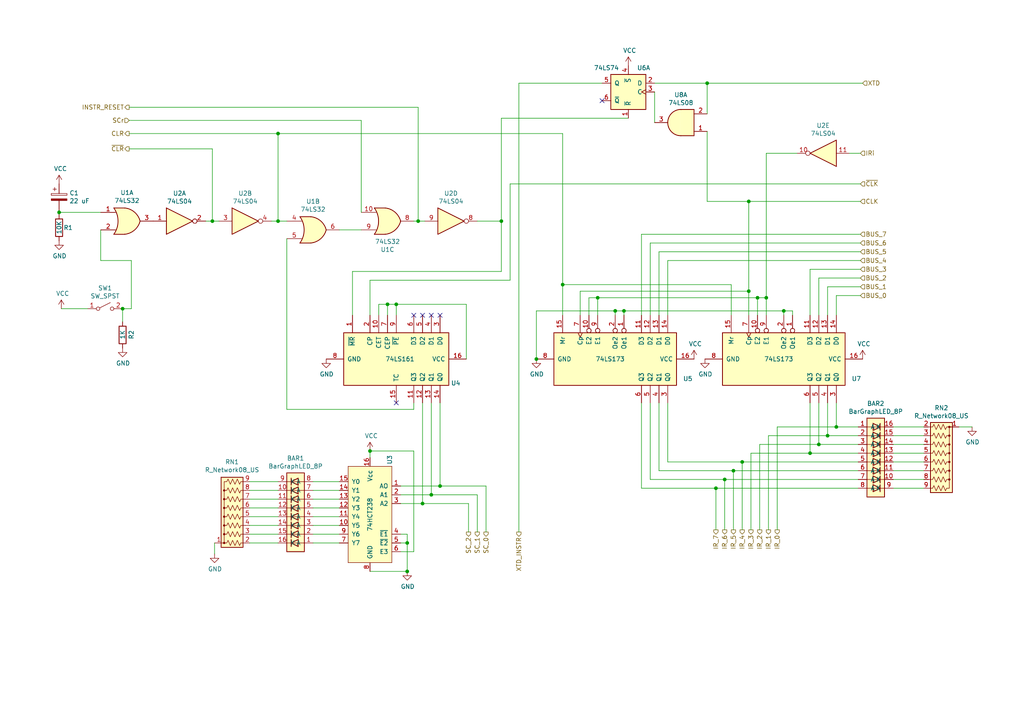
<source format=kicad_sch>
(kicad_sch (version 20211123) (generator eeschema)
  (paper "A4")
  (title_block (title "8 Bit Instruction Register with Extended Flag"))
  (lib_symbols
    (symbol "74xx:74LS04"
      (property "Reference" "U" (at 0 1.27 0))
      (property "Value" "74LS04" (at 0 -1.27 0))
      (symbol "74LS04_1_0"
        (polyline (pts (xy -3.81 3.81) (xy -3.81 -3.81) (xy 3.81 0) (xy -3.81 3.81)) (stroke (width 0.254)) (fill (type background)))
        (pin input line (at -7.62 0 0) (length 3.81) (name "~") (number "1"))
        (pin output inverted (at 7.62 0 180) (length 3.81) (name "~") (number "2"))
      )
      (symbol "74LS04_2_0"
        (polyline (pts (xy -3.81 3.81) (xy -3.81 -3.81) (xy 3.81 0) (xy -3.81 3.81)) (stroke (width 0.254)) (fill (type background)))
        (pin input line (at -7.62 0 0) (length 3.81) (name "~") (number "3"))
        (pin output inverted (at 7.62 0 180) (length 3.81) (name "~") (number "4"))
      )
      (symbol "74LS04_3_0"
        (polyline (pts (xy -3.81 3.81) (xy -3.81 -3.81) (xy 3.81 0) (xy -3.81 3.81)) (stroke (width 0.254)) (fill (type background)))
        (pin input line (at -7.62 0 0) (length 3.81) (name "~") (number "5"))
        (pin output inverted (at 7.62 0 180) (length 3.81) (name "~") (number "6"))
      )
      (symbol "74LS04_4_0"
        (polyline (pts (xy -3.81 3.81) (xy -3.81 -3.81) (xy 3.81 0) (xy -3.81 3.81)) (stroke (width 0.254)) (fill (type background)))
        (pin output inverted (at 7.62 0 180) (length 3.81) (name "~") (number "8"))
        (pin input line (at -7.62 0 0) (length 3.81) (name "~") (number "9"))
      )
      (symbol "74LS04_5_0"
        (polyline (pts (xy -3.81 3.81) (xy -3.81 -3.81) (xy 3.81 0) (xy -3.81 3.81)) (stroke (width 0.254)) (fill (type background)))
        (pin output inverted (at 7.62 0 180) (length 3.81) (name "~") (number "10"))
        (pin input line (at -7.62 0 0) (length 3.81) (name "~") (number "11"))
      )
      (symbol "74LS04_6_0"
        (polyline (pts (xy -3.81 3.81) (xy -3.81 -3.81) (xy 3.81 0) (xy -3.81 3.81)) (stroke (width 0.254)) (fill (type background)))
        (pin output inverted (at 7.62 0 180) (length 3.81) (name "~") (number "12"))
        (pin input line (at -7.62 0 0) (length 3.81) (name "~") (number "13"))
      )
      (symbol "74LS04_7_0"
        (pin power_in line (at 0 12.7 270) (length 5.08) (name "VCC") (number "14"))
        (pin power_in line (at 0 -12.7 90) (length 5.08) (name "GND") (number "7"))
      )
      (symbol "74LS04_7_1"
        (rectangle (start -5.08 7.62) (end 5.08 -7.62) (stroke (width 0.254)) (fill (type background)))
      )
    )
    (symbol "74xx:74LS08" (pin_names (offset 1.016))
      (property "Reference" "U" (at 0 1.27 0))
      (property "Value" "74LS08" (at 0 -1.27 0))
      (symbol "74LS08_1_1"
        (arc (start 0 -3.81) (mid 3.81 0) (end 0 3.81) (stroke (width 0.254)) (fill (type background)))
        (polyline (pts (xy 0 3.81) (xy -3.81 3.81) (xy -3.81 -3.81) (xy 0 -3.81)) (stroke (width 0.254)) (fill (type background)))
        (pin input line (at -7.62 2.54 0) (length 3.81) (name "~") (number "1"))
        (pin input line (at -7.62 -2.54 0) (length 3.81) (name "~") (number "2"))
        (pin output line (at 7.62 0 180) (length 3.81) (name "~") (number "3"))
      )
      (symbol "74LS08_1_2"
        (arc (start -3.81 -3.81) (mid -2.589 0) (end -3.81 3.81) (stroke (width 0.254)))
        (arc (start -0.6096 -3.81) (mid 2.1842 -2.5851) (end 3.81 0) (stroke (width 0.254)) (fill (type background)))
        (polyline (pts (xy -3.81 -3.81) (xy -0.635 -3.81)) (stroke (width 0.254)) (fill (type background)))
        (polyline (pts (xy -3.81 3.81) (xy -0.635 3.81)) (stroke (width 0.254)) (fill (type background)))
        (polyline (pts (xy -0.635 3.81) (xy -3.81 3.81) (xy -3.81 3.81) (xy -3.556 3.4036) (xy -3.0226 2.2606) (xy -2.6924 1.0414) (xy -2.6162 -0.254) (xy -2.7686 -1.4986) (xy -3.175 -2.7178) (xy -3.81 -3.81) (xy -3.81 -3.81) (xy -0.635 -3.81)) (stroke (width -25.4)) (fill (type background)))
        (arc (start 3.81 0) (mid 2.1915 2.5936) (end -0.6096 3.81) (stroke (width 0.254)) (fill (type background)))
        (pin input inverted (at -7.62 2.54 0) (length 4.318) (name "~") (number "1"))
        (pin input inverted (at -7.62 -2.54 0) (length 4.318) (name "~") (number "2"))
        (pin output inverted (at 7.62 0 180) (length 3.81) (name "~") (number "3"))
      )
      (symbol "74LS08_2_1"
        (arc (start 0 -3.81) (mid 3.81 0) (end 0 3.81) (stroke (width 0.254)) (fill (type background)))
        (polyline (pts (xy 0 3.81) (xy -3.81 3.81) (xy -3.81 -3.81) (xy 0 -3.81)) (stroke (width 0.254)) (fill (type background)))
        (pin input line (at -7.62 2.54 0) (length 3.81) (name "~") (number "4"))
        (pin input line (at -7.62 -2.54 0) (length 3.81) (name "~") (number "5"))
        (pin output line (at 7.62 0 180) (length 3.81) (name "~") (number "6"))
      )
      (symbol "74LS08_2_2"
        (arc (start -3.81 -3.81) (mid -2.589 0) (end -3.81 3.81) (stroke (width 0.254)))
        (arc (start -0.6096 -3.81) (mid 2.1842 -2.5851) (end 3.81 0) (stroke (width 0.254)) (fill (type background)))
        (polyline (pts (xy -3.81 -3.81) (xy -0.635 -3.81)) (stroke (width 0.254)) (fill (type background)))
        (polyline (pts (xy -3.81 3.81) (xy -0.635 3.81)) (stroke (width 0.254)) (fill (type background)))
        (polyline (pts (xy -0.635 3.81) (xy -3.81 3.81) (xy -3.81 3.81) (xy -3.556 3.4036) (xy -3.0226 2.2606) (xy -2.6924 1.0414) (xy -2.6162 -0.254) (xy -2.7686 -1.4986) (xy -3.175 -2.7178) (xy -3.81 -3.81) (xy -3.81 -3.81) (xy -0.635 -3.81)) (stroke (width -25.4)) (fill (type background)))
        (arc (start 3.81 0) (mid 2.1915 2.5936) (end -0.6096 3.81) (stroke (width 0.254)) (fill (type background)))
        (pin input inverted (at -7.62 2.54 0) (length 4.318) (name "~") (number "4"))
        (pin input inverted (at -7.62 -2.54 0) (length 4.318) (name "~") (number "5"))
        (pin output inverted (at 7.62 0 180) (length 3.81) (name "~") (number "6"))
      )
      (symbol "74LS08_3_1"
        (arc (start 0 -3.81) (mid 3.81 0) (end 0 3.81) (stroke (width 0.254)) (fill (type background)))
        (polyline (pts (xy 0 3.81) (xy -3.81 3.81) (xy -3.81 -3.81) (xy 0 -3.81)) (stroke (width 0.254)) (fill (type background)))
        (pin input line (at -7.62 -2.54 0) (length 3.81) (name "~") (number "10"))
        (pin output line (at 7.62 0 180) (length 3.81) (name "~") (number "8"))
        (pin input line (at -7.62 2.54 0) (length 3.81) (name "~") (number "9"))
      )
      (symbol "74LS08_3_2"
        (arc (start -3.81 -3.81) (mid -2.589 0) (end -3.81 3.81) (stroke (width 0.254)))
        (arc (start -0.6096 -3.81) (mid 2.1842 -2.5851) (end 3.81 0) (stroke (width 0.254)) (fill (type background)))
        (polyline (pts (xy -3.81 -3.81) (xy -0.635 -3.81)) (stroke (width 0.254)) (fill (type background)))
        (polyline (pts (xy -3.81 3.81) (xy -0.635 3.81)) (stroke (width 0.254)) (fill (type background)))
        (polyline (pts (xy -0.635 3.81) (xy -3.81 3.81) (xy -3.81 3.81) (xy -3.556 3.4036) (xy -3.0226 2.2606) (xy -2.6924 1.0414) (xy -2.6162 -0.254) (xy -2.7686 -1.4986) (xy -3.175 -2.7178) (xy -3.81 -3.81) (xy -3.81 -3.81) (xy -0.635 -3.81)) (stroke (width -25.4)) (fill (type background)))
        (arc (start 3.81 0) (mid 2.1915 2.5936) (end -0.6096 3.81) (stroke (width 0.254)) (fill (type background)))
        (pin input inverted (at -7.62 -2.54 0) (length 4.318) (name "~") (number "10"))
        (pin output inverted (at 7.62 0 180) (length 3.81) (name "~") (number "8"))
        (pin input inverted (at -7.62 2.54 0) (length 4.318) (name "~") (number "9"))
      )
      (symbol "74LS08_4_1"
        (arc (start 0 -3.81) (mid 3.81 0) (end 0 3.81) (stroke (width 0.254)) (fill (type background)))
        (polyline (pts (xy 0 3.81) (xy -3.81 3.81) (xy -3.81 -3.81) (xy 0 -3.81)) (stroke (width 0.254)) (fill (type background)))
        (pin output line (at 7.62 0 180) (length 3.81) (name "~") (number "11"))
        (pin input line (at -7.62 2.54 0) (length 3.81) (name "~") (number "12"))
        (pin input line (at -7.62 -2.54 0) (length 3.81) (name "~") (number "13"))
      )
      (symbol "74LS08_4_2"
        (arc (start -3.81 -3.81) (mid -2.589 0) (end -3.81 3.81) (stroke (width 0.254)))
        (arc (start -0.6096 -3.81) (mid 2.1842 -2.5851) (end 3.81 0) (stroke (width 0.254)) (fill (type background)))
        (polyline (pts (xy -3.81 -3.81) (xy -0.635 -3.81)) (stroke (width 0.254)) (fill (type background)))
        (polyline (pts (xy -3.81 3.81) (xy -0.635 3.81)) (stroke (width 0.254)) (fill (type background)))
        (polyline (pts (xy -0.635 3.81) (xy -3.81 3.81) (xy -3.81 3.81) (xy -3.556 3.4036) (xy -3.0226 2.2606) (xy -2.6924 1.0414) (xy -2.6162 -0.254) (xy -2.7686 -1.4986) (xy -3.175 -2.7178) (xy -3.81 -3.81) (xy -3.81 -3.81) (xy -0.635 -3.81)) (stroke (width -25.4)) (fill (type background)))
        (arc (start 3.81 0) (mid 2.1915 2.5936) (end -0.6096 3.81) (stroke (width 0.254)) (fill (type background)))
        (pin output inverted (at 7.62 0 180) (length 3.81) (name "~") (number "11"))
        (pin input inverted (at -7.62 2.54 0) (length 4.318) (name "~") (number "12"))
        (pin input inverted (at -7.62 -2.54 0) (length 4.318) (name "~") (number "13"))
      )
      (symbol "74LS08_5_0"
        (pin power_in line (at 0 12.7 270) (length 5.08) (name "VCC") (number "14"))
        (pin power_in line (at 0 -12.7 90) (length 5.08) (name "GND") (number "7"))
      )
      (symbol "74LS08_5_1"
        (rectangle (start -5.08 7.62) (end 5.08 -7.62) (stroke (width 0.254)) (fill (type background)))
      )
    )
    (symbol "74xx:74LS161" (pin_names (offset 1.016))
      (property "Reference" "U" (at -7.62 16.51 0))
      (property "Value" "74LS161" (at -7.62 -16.51 0))
      (symbol "74LS161_1_0"
        (pin input line (at -12.7 -12.7 0) (length 5.08) (name "~{MR}") (number "1"))
        (pin input line (at -12.7 -5.08 0) (length 5.08) (name "CET") (number "10"))
        (pin output line (at 12.7 5.08 180) (length 5.08) (name "Q3") (number "11"))
        (pin output line (at 12.7 7.62 180) (length 5.08) (name "Q2") (number "12"))
        (pin output line (at 12.7 10.16 180) (length 5.08) (name "Q1") (number "13"))
        (pin output line (at 12.7 12.7 180) (length 5.08) (name "Q0") (number "14"))
        (pin output line (at 12.7 0 180) (length 5.08) (name "TC") (number "15"))
        (pin power_in line (at 0 20.32 270) (length 5.08) (name "VCC") (number "16"))
        (pin input line (at -12.7 -7.62 0) (length 5.08) (name "CP") (number "2"))
        (pin input line (at -12.7 12.7 0) (length 5.08) (name "D0") (number "3"))
        (pin input line (at -12.7 10.16 0) (length 5.08) (name "D1") (number "4"))
        (pin input line (at -12.7 7.62 0) (length 5.08) (name "D2") (number "5"))
        (pin input line (at -12.7 5.08 0) (length 5.08) (name "D3") (number "6"))
        (pin input line (at -12.7 -2.54 0) (length 5.08) (name "CEP") (number "7"))
        (pin power_in line (at 0 -20.32 90) (length 5.08) (name "GND") (number "8"))
        (pin input line (at -12.7 0 0) (length 5.08) (name "~{PE}") (number "9"))
      )
      (symbol "74LS161_1_1"
        (rectangle (start -7.62 15.24) (end 7.62 -15.24) (stroke (width 0.254)) (fill (type background)))
      )
    )
    (symbol "74xx:74LS173" (pin_names (offset 1.016))
      (property "Reference" "U" (at -7.62 19.05 0))
      (property "Value" "74LS173" (at -7.62 -19.05 0))
      (symbol "74LS173_1_0"
        (pin input inverted (at -12.7 2.54 0) (length 5.08) (name "Oe1") (number "1"))
        (pin input inverted (at -12.7 -7.62 0) (length 5.08) (name "E2") (number "10"))
        (pin input line (at -12.7 7.62 0) (length 5.08) (name "D3") (number "11"))
        (pin input line (at -12.7 10.16 0) (length 5.08) (name "D2") (number "12"))
        (pin input line (at -12.7 12.7 0) (length 5.08) (name "D1") (number "13"))
        (pin input line (at -12.7 15.24 0) (length 5.08) (name "D0") (number "14"))
        (pin input line (at -12.7 -15.24 0) (length 5.08) (name "Mr") (number "15"))
        (pin power_in line (at 0 22.86 270) (length 5.08) (name "VCC") (number "16"))
        (pin input inverted (at -12.7 0 0) (length 5.08) (name "Oe2") (number "2"))
        (pin tri_state line (at 12.7 15.24 180) (length 5.08) (name "Q0") (number "3"))
        (pin tri_state line (at 12.7 12.7 180) (length 5.08) (name "Q1") (number "4"))
        (pin tri_state line (at 12.7 10.16 180) (length 5.08) (name "Q2") (number "5"))
        (pin tri_state line (at 12.7 7.62 180) (length 5.08) (name "Q3") (number "6"))
        (pin input clock (at -12.7 -10.16 0) (length 5.08) (name "Cp") (number "7"))
        (pin power_in line (at 0 -22.86 90) (length 5.08) (name "GND") (number "8"))
        (pin input inverted (at -12.7 -5.08 0) (length 5.08) (name "E1") (number "9"))
      )
      (symbol "74LS173_1_1"
        (rectangle (start -7.62 17.78) (end 7.62 -17.78) (stroke (width 0.254)) (fill (type background)))
      )
    )
    (symbol "74xx:74LS32" (pin_names (offset 1.016))
      (property "Reference" "U" (at 0 1.27 0))
      (property "Value" "74LS32" (at 0 -1.27 0))
      (symbol "74LS32_1_1"
        (arc (start -3.81 -3.81) (mid -2.589 0) (end -3.81 3.81) (stroke (width 0.254)))
        (arc (start -0.6096 -3.81) (mid 2.1842 -2.5851) (end 3.81 0) (stroke (width 0.254)) (fill (type background)))
        (polyline (pts (xy -3.81 -3.81) (xy -0.635 -3.81)) (stroke (width 0.254)) (fill (type background)))
        (polyline (pts (xy -3.81 3.81) (xy -0.635 3.81)) (stroke (width 0.254)) (fill (type background)))
        (polyline (pts (xy -0.635 3.81) (xy -3.81 3.81) (xy -3.81 3.81) (xy -3.556 3.4036) (xy -3.0226 2.2606) (xy -2.6924 1.0414) (xy -2.6162 -0.254) (xy -2.7686 -1.4986) (xy -3.175 -2.7178) (xy -3.81 -3.81) (xy -3.81 -3.81) (xy -0.635 -3.81)) (stroke (width -25.4)) (fill (type background)))
        (arc (start 3.81 0) (mid 2.1915 2.5936) (end -0.6096 3.81) (stroke (width 0.254)) (fill (type background)))
        (pin input line (at -7.62 2.54 0) (length 4.318) (name "~") (number "1"))
        (pin input line (at -7.62 -2.54 0) (length 4.318) (name "~") (number "2"))
        (pin output line (at 7.62 0 180) (length 3.81) (name "~") (number "3"))
      )
      (symbol "74LS32_1_2"
        (arc (start 0 -3.81) (mid 3.81 0) (end 0 3.81) (stroke (width 0.254)) (fill (type background)))
        (polyline (pts (xy 0 3.81) (xy -3.81 3.81) (xy -3.81 -3.81) (xy 0 -3.81)) (stroke (width 0.254)) (fill (type background)))
        (pin input inverted (at -7.62 2.54 0) (length 3.81) (name "~") (number "1"))
        (pin input inverted (at -7.62 -2.54 0) (length 3.81) (name "~") (number "2"))
        (pin output inverted (at 7.62 0 180) (length 3.81) (name "~") (number "3"))
      )
      (symbol "74LS32_2_1"
        (arc (start -3.81 -3.81) (mid -2.589 0) (end -3.81 3.81) (stroke (width 0.254)))
        (arc (start -0.6096 -3.81) (mid 2.1842 -2.5851) (end 3.81 0) (stroke (width 0.254)) (fill (type background)))
        (polyline (pts (xy -3.81 -3.81) (xy -0.635 -3.81)) (stroke (width 0.254)) (fill (type background)))
        (polyline (pts (xy -3.81 3.81) (xy -0.635 3.81)) (stroke (width 0.254)) (fill (type background)))
        (polyline (pts (xy -0.635 3.81) (xy -3.81 3.81) (xy -3.81 3.81) (xy -3.556 3.4036) (xy -3.0226 2.2606) (xy -2.6924 1.0414) (xy -2.6162 -0.254) (xy -2.7686 -1.4986) (xy -3.175 -2.7178) (xy -3.81 -3.81) (xy -3.81 -3.81) (xy -0.635 -3.81)) (stroke (width -25.4)) (fill (type background)))
        (arc (start 3.81 0) (mid 2.1915 2.5936) (end -0.6096 3.81) (stroke (width 0.254)) (fill (type background)))
        (pin input line (at -7.62 2.54 0) (length 4.318) (name "~") (number "4"))
        (pin input line (at -7.62 -2.54 0) (length 4.318) (name "~") (number "5"))
        (pin output line (at 7.62 0 180) (length 3.81) (name "~") (number "6"))
      )
      (symbol "74LS32_2_2"
        (arc (start 0 -3.81) (mid 3.81 0) (end 0 3.81) (stroke (width 0.254)) (fill (type background)))
        (polyline (pts (xy 0 3.81) (xy -3.81 3.81) (xy -3.81 -3.81) (xy 0 -3.81)) (stroke (width 0.254)) (fill (type background)))
        (pin input inverted (at -7.62 2.54 0) (length 3.81) (name "~") (number "4"))
        (pin input inverted (at -7.62 -2.54 0) (length 3.81) (name "~") (number "5"))
        (pin output inverted (at 7.62 0 180) (length 3.81) (name "~") (number "6"))
      )
      (symbol "74LS32_3_1"
        (arc (start -3.81 -3.81) (mid -2.589 0) (end -3.81 3.81) (stroke (width 0.254)))
        (arc (start -0.6096 -3.81) (mid 2.1842 -2.5851) (end 3.81 0) (stroke (width 0.254)) (fill (type background)))
        (polyline (pts (xy -3.81 -3.81) (xy -0.635 -3.81)) (stroke (width 0.254)) (fill (type background)))
        (polyline (pts (xy -3.81 3.81) (xy -0.635 3.81)) (stroke (width 0.254)) (fill (type background)))
        (polyline (pts (xy -0.635 3.81) (xy -3.81 3.81) (xy -3.81 3.81) (xy -3.556 3.4036) (xy -3.0226 2.2606) (xy -2.6924 1.0414) (xy -2.6162 -0.254) (xy -2.7686 -1.4986) (xy -3.175 -2.7178) (xy -3.81 -3.81) (xy -3.81 -3.81) (xy -0.635 -3.81)) (stroke (width -25.4)) (fill (type background)))
        (arc (start 3.81 0) (mid 2.1915 2.5936) (end -0.6096 3.81) (stroke (width 0.254)) (fill (type background)))
        (pin input line (at -7.62 -2.54 0) (length 4.318) (name "~") (number "10"))
        (pin output line (at 7.62 0 180) (length 3.81) (name "~") (number "8"))
        (pin input line (at -7.62 2.54 0) (length 4.318) (name "~") (number "9"))
      )
      (symbol "74LS32_3_2"
        (arc (start 0 -3.81) (mid 3.81 0) (end 0 3.81) (stroke (width 0.254)) (fill (type background)))
        (polyline (pts (xy 0 3.81) (xy -3.81 3.81) (xy -3.81 -3.81) (xy 0 -3.81)) (stroke (width 0.254)) (fill (type background)))
        (pin input inverted (at -7.62 -2.54 0) (length 3.81) (name "~") (number "10"))
        (pin output inverted (at 7.62 0 180) (length 3.81) (name "~") (number "8"))
        (pin input inverted (at -7.62 2.54 0) (length 3.81) (name "~") (number "9"))
      )
      (symbol "74LS32_4_1"
        (arc (start -3.81 -3.81) (mid -2.589 0) (end -3.81 3.81) (stroke (width 0.254)))
        (arc (start -0.6096 -3.81) (mid 2.1842 -2.5851) (end 3.81 0) (stroke (width 0.254)) (fill (type background)))
        (polyline (pts (xy -3.81 -3.81) (xy -0.635 -3.81)) (stroke (width 0.254)) (fill (type background)))
        (polyline (pts (xy -3.81 3.81) (xy -0.635 3.81)) (stroke (width 0.254)) (fill (type background)))
        (polyline (pts (xy -0.635 3.81) (xy -3.81 3.81) (xy -3.81 3.81) (xy -3.556 3.4036) (xy -3.0226 2.2606) (xy -2.6924 1.0414) (xy -2.6162 -0.254) (xy -2.7686 -1.4986) (xy -3.175 -2.7178) (xy -3.81 -3.81) (xy -3.81 -3.81) (xy -0.635 -3.81)) (stroke (width -25.4)) (fill (type background)))
        (arc (start 3.81 0) (mid 2.1915 2.5936) (end -0.6096 3.81) (stroke (width 0.254)) (fill (type background)))
        (pin output line (at 7.62 0 180) (length 3.81) (name "~") (number "11"))
        (pin input line (at -7.62 2.54 0) (length 4.318) (name "~") (number "12"))
        (pin input line (at -7.62 -2.54 0) (length 4.318) (name "~") (number "13"))
      )
      (symbol "74LS32_4_2"
        (arc (start 0 -3.81) (mid 3.81 0) (end 0 3.81) (stroke (width 0.254)) (fill (type background)))
        (polyline (pts (xy 0 3.81) (xy -3.81 3.81) (xy -3.81 -3.81) (xy 0 -3.81)) (stroke (width 0.254)) (fill (type background)))
        (pin output inverted (at 7.62 0 180) (length 3.81) (name "~") (number "11"))
        (pin input inverted (at -7.62 2.54 0) (length 3.81) (name "~") (number "12"))
        (pin input inverted (at -7.62 -2.54 0) (length 3.81) (name "~") (number "13"))
      )
      (symbol "74LS32_5_0"
        (pin power_in line (at 0 12.7 270) (length 5.08) (name "VCC") (number "14"))
        (pin power_in line (at 0 -12.7 90) (length 5.08) (name "GND") (number "7"))
      )
      (symbol "74LS32_5_1"
        (rectangle (start -5.08 7.62) (end 5.08 -7.62) (stroke (width 0.254)) (fill (type background)))
      )
    )
    (symbol "74xx:74LS74" (pin_names (offset 1.016))
      (property "Reference" "U" (at -7.62 8.89 0))
      (property "Value" "74LS74" (at -7.62 -8.89 0))
      (symbol "74LS74_1_0"
        (pin input line (at 0 -7.62 90) (length 2.54) (name "~{R}") (number "1"))
        (pin input line (at -7.62 2.54 0) (length 2.54) (name "D") (number "2"))
        (pin input clock (at -7.62 0 0) (length 2.54) (name "C") (number "3"))
        (pin input line (at 0 7.62 270) (length 2.54) (name "~{S}") (number "4"))
        (pin output line (at 7.62 2.54 180) (length 2.54) (name "Q") (number "5"))
        (pin output line (at 7.62 -2.54 180) (length 2.54) (name "~{Q}") (number "6"))
      )
      (symbol "74LS74_1_1"
        (rectangle (start -5.08 5.08) (end 5.08 -5.08) (stroke (width 0.254)) (fill (type background)))
      )
      (symbol "74LS74_2_0"
        (pin input line (at 0 7.62 270) (length 2.54) (name "~{S}") (number "10"))
        (pin input clock (at -7.62 0 0) (length 2.54) (name "C") (number "11"))
        (pin input line (at -7.62 2.54 0) (length 2.54) (name "D") (number "12"))
        (pin input line (at 0 -7.62 90) (length 2.54) (name "~{R}") (number "13"))
        (pin output line (at 7.62 -2.54 180) (length 2.54) (name "~{Q}") (number "8"))
        (pin output line (at 7.62 2.54 180) (length 2.54) (name "Q") (number "9"))
      )
      (symbol "74LS74_2_1"
        (rectangle (start -5.08 5.08) (end 5.08 -5.08) (stroke (width 0.254)) (fill (type background)))
      )
      (symbol "74LS74_3_0"
        (pin power_in line (at 0 10.16 270) (length 2.54) (name "VCC") (number "14"))
        (pin power_in line (at 0 -10.16 90) (length 2.54) (name "GND") (number "7"))
      )
      (symbol "74LS74_3_1"
        (rectangle (start -5.08 7.62) (end 5.08 -7.62) (stroke (width 0.254)) (fill (type background)))
      )
    )
    (symbol "Device:C_Polarized" (pin_numbers hide) (pin_names (offset 0.254))
      (property "Reference" "C" (at 0.635 2.54 0))
      (property "Value" "C_Polarized" (at 0.635 -2.54 0))
      (symbol "C_Polarized_0_1"
        (rectangle (start -2.286 0.508) (end 2.286 1.016))
        (polyline (pts (xy -1.778 2.286) (xy -0.762 2.286)))
        (polyline (pts (xy -1.27 2.794) (xy -1.27 1.778)))
        (rectangle (start 2.286 -0.508) (end -2.286 -1.016) (fill (type outline)))
      )
      (symbol "C_Polarized_1_1"
        (pin passive line (at 0 3.81 270) (length 2.794) (name "~") (number "1"))
        (pin passive line (at 0 -3.81 90) (length 2.794) (name "~") (number "2"))
      )
    )
    (symbol "Device:R" (pin_numbers hide) (pin_names (offset 0))
      (property "Reference" "R" (at 2.032 0 90))
      (property "Value" "R" (at 0 0 90))
      (symbol "R_0_1"
        (rectangle (start -1.016 -2.54) (end 1.016 2.54) (stroke (width 0.254)))
      )
      (symbol "R_1_1"
        (pin passive line (at 0 3.81 270) (length 1.27) (name "~") (number "1"))
        (pin passive line (at 0 -3.81 90) (length 1.27) (name "~") (number "2"))
      )
    )
    (symbol "Device:R_Network08_US" (pin_names (offset 0) hide)
      (property "Reference" "RN" (at -12.7 0 90))
      (property "Value" "R_Network08_US" (at 10.16 0 90))
      (symbol "R_Network08_US_0_1"
        (rectangle (start -11.43 -3.175) (end 8.89 3.175) (stroke (width 0.254)) (fill (type background)))
        (circle (center -10.16 2.286) (radius 0.254) (fill (type outline)))
        (circle (center -7.62 2.286) (radius 0.254) (fill (type outline)))
        (circle (center -5.08 2.286) (radius 0.254) (fill (type outline)))
        (circle (center -2.54 2.286) (radius 0.254) (fill (type outline)))
        (polyline (pts (xy -10.16 2.286) (xy 7.62 2.286)))
        (polyline (pts (xy -10.16 2.286) (xy -10.16 1.524) (xy -9.398 1.1684) (xy -10.922 0.508) (xy -9.398 -0.1524) (xy -10.922 -0.8382) (xy -9.398 -1.524) (xy -10.922 -2.1844) (xy -10.16 -2.54) (xy -10.16 -3.81)))
        (polyline (pts (xy -7.62 2.286) (xy -7.62 1.524) (xy -6.858 1.1684) (xy -8.382 0.508) (xy -6.858 -0.1524) (xy -8.382 -0.8382) (xy -6.858 -1.524) (xy -8.382 -2.1844) (xy -7.62 -2.54) (xy -7.62 -3.81)))
        (polyline (pts (xy -5.08 2.286) (xy -5.08 1.524) (xy -4.318 1.1684) (xy -5.842 0.508) (xy -4.318 -0.1524) (xy -5.842 -0.8382) (xy -4.318 -1.524) (xy -5.842 -2.1844) (xy -5.08 -2.54) (xy -5.08 -3.81)))
        (polyline (pts (xy -2.54 2.286) (xy -2.54 1.524) (xy -1.778 1.1684) (xy -3.302 0.508) (xy -1.778 -0.1524) (xy -3.302 -0.8382) (xy -1.778 -1.524) (xy -3.302 -2.1844) (xy -2.54 -2.54) (xy -2.54 -3.81)))
        (polyline (pts (xy 0 2.286) (xy 0 1.524) (xy 0.762 1.1684) (xy -0.762 0.508) (xy 0.762 -0.1524) (xy -0.762 -0.8382) (xy 0.762 -1.524) (xy -0.762 -2.1844) (xy 0 -2.54) (xy 0 -3.81)))
        (polyline (pts (xy 2.54 2.286) (xy 2.54 1.524) (xy 3.302 1.1684) (xy 1.778 0.508) (xy 3.302 -0.1524) (xy 1.778 -0.8382) (xy 3.302 -1.524) (xy 1.778 -2.1844) (xy 2.54 -2.54) (xy 2.54 -3.81)))
        (polyline (pts (xy 5.08 2.286) (xy 5.08 1.524) (xy 5.842 1.1684) (xy 4.318 0.508) (xy 5.842 -0.1524) (xy 4.318 -0.8382) (xy 5.842 -1.524) (xy 4.318 -2.1844) (xy 5.08 -2.54) (xy 5.08 -3.81)))
        (polyline (pts (xy 7.62 2.286) (xy 7.62 1.524) (xy 8.382 1.1684) (xy 6.858 0.508) (xy 8.382 -0.1524) (xy 6.858 -0.8382) (xy 8.382 -1.524) (xy 6.858 -2.1844) (xy 7.62 -2.54) (xy 7.62 -3.81)))
        (circle (center 0 2.286) (radius 0.254) (fill (type outline)))
        (circle (center 2.54 2.286) (radius 0.254) (fill (type outline)))
        (circle (center 5.08 2.286) (radius 0.254) (fill (type outline)))
      )
      (symbol "R_Network08_US_1_1"
        (pin passive line (at -10.16 5.08 270) (length 2.54) (name "common") (number "1"))
        (pin passive line (at -10.16 -5.08 90) (length 1.27) (name "R1") (number "2"))
        (pin passive line (at -7.62 -5.08 90) (length 1.27) (name "R2") (number "3"))
        (pin passive line (at -5.08 -5.08 90) (length 1.27) (name "R3") (number "4"))
        (pin passive line (at -2.54 -5.08 90) (length 1.27) (name "R4") (number "5"))
        (pin passive line (at 0 -5.08 90) (length 1.27) (name "R5") (number "6"))
        (pin passive line (at 2.54 -5.08 90) (length 1.27) (name "R6") (number "7"))
        (pin passive line (at 5.08 -5.08 90) (length 1.27) (name "R7") (number "8"))
        (pin passive line (at 7.62 -5.08 90) (length 1.27) (name "R8") (number "9"))
      )
    )
    (symbol "Switch:SW_SPST" (pin_names (offset 0) hide)
      (property "Reference" "SW" (at 0 3.175 0))
      (property "Value" "SW_SPST" (at 0 -2.54 0))
      (symbol "SW_SPST_0_0"
        (circle (center -2.032 0) (radius 0.508))
        (polyline (pts (xy -1.524 0.254) (xy 1.524 1.778)))
        (circle (center 2.032 0) (radius 0.508))
      )
      (symbol "SW_SPST_1_1"
        (pin passive line (at -5.08 0 0) (length 2.54) (name "A") (number "1"))
        (pin passive line (at 5.08 0 180) (length 2.54) (name "B") (number "2"))
      )
    )
    (symbol "common-symbols:74HCT238" (pin_names (offset 1.016))
      (property "Reference" "U" (at 15.875 31.115 0))
      (property "Value" "74HCT238" (at 0 0 90))
      (symbol "74HCT238_0_0"
        (pin input line (at -8.89 7.62 0) (length 2.54) (name "AO") (number "1"))
        (pin output line (at 8.89 -3.81 180) (length 2.54) (name "Y5") (number "10"))
        (pin output line (at 8.89 -1.27 180) (length 2.54) (name "Y4") (number "11"))
        (pin output line (at 8.89 1.27 180) (length 2.54) (name "Y3") (number "12"))
        (pin output line (at 8.89 3.81 180) (length 2.54) (name "Y2") (number "13"))
        (pin output line (at 8.89 6.35 180) (length 2.54) (name "Y1") (number "14"))
        (pin output line (at 8.89 8.89 180) (length 2.54) (name "Y0") (number "15"))
        (pin power_in line (at 0 15.875 270) (length 2.54) (name "Vcc") (number "16"))
        (pin input line (at -8.89 5.08 0) (length 2.54) (name "A1") (number "2"))
        (pin input line (at -8.89 2.54 0) (length 2.54) (name "A2") (number "3"))
        (pin input line (at -8.89 -6.35 0) (length 2.54) (name "~{E1}") (number "4"))
        (pin input line (at -8.89 -8.89 0) (length 2.54) (name "~{E2}") (number "5"))
        (pin input line (at -8.89 -11.43 0) (length 2.54) (name "E3") (number "6"))
        (pin output line (at 8.89 -8.89 180) (length 2.54) (name "Y7") (number "7"))
        (pin power_in line (at 0 -17.145 90) (length 2.54) (name "GND") (number "8"))
        (pin output line (at 8.89 -6.35 180) (length 2.54) (name "Y6") (number "9"))
      )
      (symbol "74HCT238_0_1"
        (rectangle (start 6.35 -14.605) (end -6.35 13.335) (fill (type background)))
      )
    )
    (symbol "common-symbols:BarGraphLED_8P" (pin_names (offset 1.016))
      (property "Reference" "BAR" (at 0 13.97 0))
      (property "Value" "BarGraphLED_8P" (at 0 -12.065 0))
      (symbol "BarGraphLED_8P_1_1"
        (rectangle (start -2.54 12.7) (end 2.54 -10.16) (stroke (width 0.254)) (fill (type background)))
        (polyline (pts (xy -2.54 -7.62) (xy 2.54 -7.62)))
        (polyline (pts (xy -2.54 -5.08) (xy 2.54 -5.08)))
        (polyline (pts (xy -2.54 0) (xy 2.54 0)))
        (polyline (pts (xy -2.54 5.08) (xy 2.54 5.08)))
        (polyline (pts (xy -2.54 7.62) (xy 2.54 7.62)))
        (polyline (pts (xy -2.54 10.16) (xy 2.54 10.16)))
        (polyline (pts (xy 1.27 -6.604) (xy 1.27 -8.636)) (stroke (width 0.254)))
        (polyline (pts (xy 1.27 -4.064) (xy 1.27 -6.096)) (stroke (width 0.254)))
        (polyline (pts (xy 1.27 -1.524) (xy 1.27 -3.556)) (stroke (width 0.254)))
        (polyline (pts (xy 1.27 1.016) (xy 1.27 -1.016)) (stroke (width 0.254)))
        (polyline (pts (xy 1.27 3.556) (xy 1.27 1.524)) (stroke (width 0.254)))
        (polyline (pts (xy 1.27 6.096) (xy 1.27 4.064)) (stroke (width 0.254)))
        (polyline (pts (xy 1.27 8.636) (xy 1.27 6.604)) (stroke (width 0.254)))
        (polyline (pts (xy 1.27 11.176) (xy 1.27 9.144)) (stroke (width 0.254)))
        (polyline (pts (xy 2.54 -2.54) (xy -2.54 -2.54)))
        (polyline (pts (xy 2.54 2.54) (xy -2.54 2.54)))
        (polyline (pts (xy -0.762 -6.604) (xy -0.762 -8.636) (xy 1.27 -7.62) (xy -0.762 -6.604)) (stroke (width 0.254)))
        (polyline (pts (xy -0.762 -4.064) (xy -0.762 -6.096) (xy 1.27 -5.08) (xy -0.762 -4.064)) (stroke (width 0.254)))
        (polyline (pts (xy -0.762 -1.524) (xy -0.762 -3.556) (xy 1.27 -2.54) (xy -0.762 -1.524)) (stroke (width 0.254)))
        (polyline (pts (xy -0.762 1.016) (xy -0.762 -1.016) (xy 1.27 0) (xy -0.762 1.016)) (stroke (width 0.254)))
        (polyline (pts (xy -0.762 3.556) (xy -0.762 1.524) (xy 1.27 2.54) (xy -0.762 3.556)) (stroke (width 0.254)))
        (polyline (pts (xy -0.762 6.096) (xy -0.762 4.064) (xy 1.27 5.08) (xy -0.762 6.096)) (stroke (width 0.254)))
        (polyline (pts (xy -0.762 8.636) (xy -0.762 6.604) (xy 1.27 7.62) (xy -0.762 8.636)) (stroke (width 0.254)))
        (polyline (pts (xy -0.762 11.176) (xy -0.762 9.144) (xy 1.27 10.16) (xy -0.762 11.176)) (stroke (width 0.254)))
        (pin passive line (at -5.08 10.16 0) (length 2.54) (name "A") (number "1"))
        (pin passive line (at 5.08 -5.08 180) (length 2.54) (name "K") (number "10"))
        (pin passive line (at 5.08 -2.54 180) (length 2.54) (name "K") (number "11"))
        (pin passive line (at 5.08 0 180) (length 2.54) (name "K") (number "12"))
        (pin passive line (at 5.08 2.54 180) (length 2.54) (name "K") (number "13"))
        (pin passive line (at 5.08 5.08 180) (length 2.54) (name "K") (number "14"))
        (pin passive line (at 5.08 7.62 180) (length 2.54) (name "K") (number "15"))
        (pin passive line (at 5.08 10.16 180) (length 2.54) (name "K") (number "16"))
        (pin passive line (at -5.08 7.62 0) (length 2.54) (name "A") (number "2"))
        (pin passive line (at -5.08 5.08 0) (length 2.54) (name "A") (number "3"))
        (pin passive line (at -5.08 2.54 0) (length 2.54) (name "A") (number "4"))
        (pin passive line (at -5.08 0 0) (length 2.54) (name "A") (number "5"))
        (pin passive line (at -5.08 -2.54 0) (length 2.54) (name "A") (number "6"))
        (pin passive line (at -5.08 -5.08 0) (length 2.54) (name "A") (number "7"))
        (pin passive line (at -5.08 -7.62 0) (length 2.54) (name "A") (number "8"))
        (pin passive line (at 5.08 -7.62 180) (length 2.54) (name "K") (number "9"))
      )
    )
    (symbol "power:GND" (power) (pin_names (offset 0))
      (property "Value" "GND" (at 0 -3.81 0))
      (symbol "GND_0_1"
        (polyline (pts (xy 0 0) (xy 0 -1.27) (xy 1.27 -1.27) (xy 0 -2.54) (xy -1.27 -1.27) (xy 0 -1.27)))
      )
      (symbol "GND_1_1"
        (pin power_in line (at 0 0 270) (length 0) hide (name "GND") (number "1"))
      )
    )
    (symbol "power:VCC" (power) (pin_names (offset 0))
      (property "Value" "VCC" (at 0 3.81 0))
      (symbol "VCC_0_1"
        (polyline (pts (xy -0.762 1.27) (xy 0 2.54)))
        (polyline (pts (xy 0 0) (xy 0 2.54)))
        (polyline (pts (xy 0 2.54) (xy 0.762 1.27)))
      )
      (symbol "VCC_1_1"
        (pin power_in line (at 0 0 90) (length 0) hide (name "VCC") (number "1"))
      )
    )
  )
  (junction (at 155.575 104.14))
  (junction (at 163.195 82.55))
  (junction (at 145.415 64.135))
  (junction (at 121.285 64.135))
  (junction (at 242.57 123.825))
  (junction (at 112.395 88.265))
  (junction (at 80.645 64.135))
  (junction (at 210.185 139.065))
  (junction (at 118.11 165.735))
  (junction (at 118.11 157.48))
  (junction (at 207.645 141.605))
  (junction (at 122.555 146.05))
  (junction (at 107.315 130.81))
  (junction (at 234.95 131.445))
  (junction (at 173.355 86.36))
  (junction (at 237.49 128.905))
  (junction (at 219.71 86.36))
  (junction (at 212.725 136.525))
  (junction (at 114.935 88.265))
  (junction (at 17.145 61.595))
  (junction (at 217.17 84.455))
  (junction (at 240.03 126.365))
  (junction (at 127.635 140.97))
  (junction (at 35.56 89.535))
  (junction (at 227.33 90.17))
  (junction (at 180.975 90.17))
  (junction (at 205.105 24.13))
  (junction (at 178.435 90.17))
  (junction (at 217.17 58.42))
  (junction (at 215.265 133.985))
  (junction (at 125.095 143.51))
  (junction (at 80.645 38.735))
  (junction (at 222.25 86.36))
  (junction (at 61.595 64.135))
  (no_connect (at 122.555 91.44))
  (no_connect (at 114.935 116.84))
  (no_connect (at 125.095 91.44))
  (no_connect (at 127.635 91.44))
  (no_connect (at 120.015 91.44))
  (no_connect (at 174.625 29.21))
  (wire (pts (xy 107.315 130.81) (xy 107.315 132.715)))
  (wire (pts (xy 205.105 58.42) (xy 205.105 38.1)))
  (wire (pts (xy 112.395 91.44) (xy 112.395 88.265)))
  (wire (pts (xy 207.645 141.605) (xy 207.645 153.67)))
  (wire (pts (xy 217.17 58.42) (xy 205.105 58.42)))
  (wire (pts (xy 145.415 64.135) (xy 145.415 34.29)))
  (wire (pts (xy 178.435 91.44) (xy 178.435 90.17)))
  (wire (pts (xy 259.08 128.905) (xy 267.97 128.905)))
  (wire (pts (xy 80.645 38.735) (xy 163.195 38.735)))
  (wire (pts (xy 118.11 154.94) (xy 118.11 157.48)))
  (wire (pts (xy 225.425 123.825) (xy 242.57 123.825)))
  (wire (pts (xy 242.57 123.825) (xy 248.92 123.825)))
  (wire (pts (xy 215.265 133.985) (xy 248.92 133.985)))
  (wire (pts (xy 229.87 91.44) (xy 229.87 90.17)))
  (wire (pts (xy 116.205 154.94) (xy 118.11 154.94)))
  (wire (pts (xy 191.135 73.025) (xy 249.555 73.025)))
  (wire (pts (xy 163.195 38.735) (xy 163.195 82.55)))
  (wire (pts (xy 186.055 67.945) (xy 186.055 91.44)))
  (wire (pts (xy 259.08 136.525) (xy 267.97 136.525)))
  (wire (pts (xy 217.17 91.44) (xy 217.17 84.455)))
  (wire (pts (xy 98.425 142.24) (xy 90.805 142.24)))
  (wire (pts (xy 249.555 78.105) (xy 234.95 78.105)))
  (wire (pts (xy 29.21 66.675) (xy 29.21 75.565)))
  (wire (pts (xy 150.495 24.13) (xy 150.495 154.305)))
  (wire (pts (xy 98.425 139.7) (xy 90.805 139.7)))
  (wire (pts (xy 234.95 116.84) (xy 234.95 131.445)))
  (wire (pts (xy 222.25 44.45) (xy 231.14 44.45)))
  (wire (pts (xy 112.395 88.265) (xy 109.855 88.265)))
  (wire (pts (xy 98.425 66.675) (xy 104.775 66.675)))
  (wire (pts (xy 242.57 116.84) (xy 242.57 123.825)))
  (wire (pts (xy 29.21 75.565) (xy 38.1 75.565)))
  (wire (pts (xy 188.595 70.485) (xy 188.595 91.44)))
  (wire (pts (xy 104.775 61.595) (xy 104.775 34.925)))
  (wire (pts (xy 72.39 157.48) (xy 80.645 157.48)))
  (wire (pts (xy 114.935 88.265) (xy 135.255 88.265)))
  (wire (pts (xy 234.95 131.445) (xy 248.92 131.445)))
  (wire (pts (xy 173.355 86.36) (xy 219.71 86.36)))
  (wire (pts (xy 217.17 84.455) (xy 168.275 84.455)))
  (wire (pts (xy 61.595 64.135) (xy 61.595 43.18)))
  (wire (pts (xy 178.435 90.17) (xy 155.575 90.17)))
  (wire (pts (xy 219.71 86.36) (xy 222.25 86.36)))
  (wire (pts (xy 188.595 70.485) (xy 249.555 70.485)))
  (wire (pts (xy 215.265 133.985) (xy 215.265 153.67)))
  (wire (pts (xy 98.425 152.4) (xy 90.805 152.4)))
  (wire (pts (xy 120.015 64.135) (xy 121.285 64.135)))
  (wire (pts (xy 237.49 128.905) (xy 248.92 128.905)))
  (wire (pts (xy 120.015 118.745) (xy 83.185 118.745)))
  (wire (pts (xy 225.425 123.825) (xy 225.425 153.67)))
  (wire (pts (xy 242.57 85.725) (xy 242.57 91.44)))
  (wire (pts (xy 112.395 88.265) (xy 114.935 88.265)))
  (wire (pts (xy 249.555 80.645) (xy 237.49 80.645)))
  (wire (pts (xy 125.095 143.51) (xy 138.43 143.51)))
  (wire (pts (xy 259.08 133.985) (xy 267.97 133.985)))
  (wire (pts (xy 116.205 143.51) (xy 125.095 143.51)))
  (wire (pts (xy 168.275 84.455) (xy 168.275 91.44)))
  (wire (pts (xy 109.855 88.265) (xy 109.855 91.44)))
  (wire (pts (xy 17.145 60.96) (xy 17.145 61.595)))
  (wire (pts (xy 80.645 149.86) (xy 72.39 149.86)))
  (wire (pts (xy 178.435 90.17) (xy 180.975 90.17)))
  (wire (pts (xy 121.285 64.135) (xy 123.19 64.135)))
  (wire (pts (xy 210.185 139.065) (xy 248.92 139.065)))
  (wire (pts (xy 83.185 118.745) (xy 83.185 69.215)))
  (wire (pts (xy 155.575 90.17) (xy 155.575 104.14)))
  (wire (pts (xy 212.725 136.525) (xy 191.135 136.525)))
  (wire (pts (xy 114.935 91.44) (xy 114.935 88.265)))
  (wire (pts (xy 17.145 61.595) (xy 17.145 62.23)))
  (wire (pts (xy 207.645 141.605) (xy 248.92 141.605)))
  (wire (pts (xy 116.205 160.02) (xy 120.015 160.02)))
  (wire (pts (xy 80.645 64.135) (xy 80.645 38.735)))
  (wire (pts (xy 222.885 126.365) (xy 222.885 153.67)))
  (wire (pts (xy 80.645 144.78) (xy 72.39 144.78)))
  (wire (pts (xy 222.25 86.36) (xy 222.25 91.44)))
  (wire (pts (xy 227.33 90.17) (xy 227.33 91.44)))
  (wire (pts (xy 191.135 73.025) (xy 191.135 91.44)))
  (wire (pts (xy 240.03 126.365) (xy 248.92 126.365)))
  (wire (pts (xy 80.645 154.94) (xy 72.39 154.94)))
  (wire (pts (xy 61.595 43.18) (xy 37.465 43.18)))
  (wire (pts (xy 212.09 82.55) (xy 163.195 82.55)))
  (wire (pts (xy 107.315 81.28) (xy 107.315 91.44)))
  (wire (pts (xy 240.03 116.84) (xy 240.03 126.365)))
  (wire (pts (xy 237.49 80.645) (xy 237.49 91.44)))
  (wire (pts (xy 80.645 64.135) (xy 78.74 64.135)))
  (wire (pts (xy 138.43 64.135) (xy 145.415 64.135)))
  (wire (pts (xy 127.635 116.84) (xy 127.635 140.97)))
  (wire (pts (xy 205.105 24.13) (xy 250.19 24.13)))
  (wire (pts (xy 237.49 116.84) (xy 237.49 128.905)))
  (wire (pts (xy 35.56 89.535) (xy 38.1 89.535)))
  (wire (pts (xy 116.205 157.48) (xy 118.11 157.48)))
  (wire (pts (xy 29.21 61.595) (xy 17.145 61.595)))
  (wire (pts (xy 83.185 64.135) (xy 80.645 64.135)))
  (wire (pts (xy 234.95 78.105) (xy 234.95 91.44)))
  (wire (pts (xy 212.09 91.44) (xy 212.09 82.55)))
  (wire (pts (xy 147.955 53.34) (xy 249.555 53.34)))
  (wire (pts (xy 98.425 154.94) (xy 90.805 154.94)))
  (wire (pts (xy 98.425 147.32) (xy 90.805 147.32)))
  (wire (pts (xy 102.235 78.74) (xy 145.415 78.74)))
  (wire (pts (xy 205.105 24.13) (xy 205.105 33.02)))
  (wire (pts (xy 17.78 89.535) (xy 25.4 89.535)))
  (wire (pts (xy 61.595 64.135) (xy 59.69 64.135)))
  (wire (pts (xy 278.13 123.825) (xy 281.94 123.825)))
  (wire (pts (xy 122.555 116.84) (xy 122.555 146.05)))
  (wire (pts (xy 120.015 160.02) (xy 120.015 130.81)))
  (wire (pts (xy 125.095 116.84) (xy 125.095 143.51)))
  (wire (pts (xy 220.345 128.905) (xy 220.345 153.67)))
  (wire (pts (xy 72.39 142.24) (xy 80.645 142.24)))
  (wire (pts (xy 90.805 157.48) (xy 98.425 157.48)))
  (wire (pts (xy 98.425 149.86) (xy 90.805 149.86)))
  (wire (pts (xy 186.055 141.605) (xy 186.055 116.84)))
  (wire (pts (xy 72.39 147.32) (xy 80.645 147.32)))
  (wire (pts (xy 72.39 139.7) (xy 80.645 139.7)))
  (wire (pts (xy 249.555 83.185) (xy 240.03 83.185)))
  (wire (pts (xy 222.25 86.36) (xy 222.25 44.45)))
  (wire (pts (xy 120.015 116.84) (xy 120.015 118.745)))
  (wire (pts (xy 145.415 64.135) (xy 145.415 78.74)))
  (wire (pts (xy 222.885 126.365) (xy 240.03 126.365)))
  (wire (pts (xy 229.87 90.17) (xy 227.33 90.17)))
  (wire (pts (xy 147.955 53.34) (xy 147.955 81.28)))
  (wire (pts (xy 118.11 165.735) (xy 107.315 165.735)))
  (wire (pts (xy 118.11 157.48) (xy 118.11 165.735)))
  (wire (pts (xy 121.285 31.115) (xy 37.465 31.115)))
  (wire (pts (xy 212.725 136.525) (xy 248.92 136.525)))
  (wire (pts (xy 210.185 139.065) (xy 188.595 139.065)))
  (wire (pts (xy 107.315 81.28) (xy 147.955 81.28)))
  (wire (pts (xy 98.425 144.78) (xy 90.805 144.78)))
  (wire (pts (xy 121.285 64.135) (xy 121.285 31.115)))
  (wire (pts (xy 116.205 146.05) (xy 122.555 146.05)))
  (wire (pts (xy 217.17 58.42) (xy 249.555 58.42)))
  (wire (pts (xy 122.555 146.05) (xy 135.89 146.05)))
  (wire (pts (xy 127.635 140.97) (xy 140.97 140.97)))
  (wire (pts (xy 217.805 131.445) (xy 234.95 131.445)))
  (wire (pts (xy 170.815 91.44) (xy 170.815 86.36)))
  (wire (pts (xy 217.17 84.455) (xy 217.17 58.42)))
  (wire (pts (xy 174.625 24.13) (xy 150.495 24.13)))
  (wire (pts (xy 38.1 75.565) (xy 38.1 89.535)))
  (wire (pts (xy 163.195 82.55) (xy 163.195 91.44)))
  (wire (pts (xy 116.205 140.97) (xy 127.635 140.97)))
  (wire (pts (xy 145.415 34.29) (xy 182.245 34.29)))
  (wire (pts (xy 189.865 24.13) (xy 205.105 24.13)))
  (wire (pts (xy 191.135 136.525) (xy 191.135 116.84)))
  (wire (pts (xy 188.595 139.065) (xy 188.595 116.84)))
  (wire (pts (xy 212.725 136.525) (xy 212.725 153.67)))
  (wire (pts (xy 170.815 86.36) (xy 173.355 86.36)))
  (wire (pts (xy 35.56 89.535) (xy 35.56 93.345)))
  (wire (pts (xy 189.865 26.67) (xy 189.865 35.56)))
  (wire (pts (xy 259.08 131.445) (xy 267.97 131.445)))
  (wire (pts (xy 180.975 90.17) (xy 227.33 90.17)))
  (wire (pts (xy 62.23 160.655) (xy 62.23 157.48)))
  (wire (pts (xy 207.645 141.605) (xy 186.055 141.605)))
  (wire (pts (xy 72.39 152.4) (xy 80.645 152.4)))
  (wire (pts (xy 220.345 128.905) (xy 237.49 128.905)))
  (wire (pts (xy 63.5 64.135) (xy 61.595 64.135)))
  (wire (pts (xy 210.185 139.065) (xy 210.185 153.67)))
  (wire (pts (xy 193.675 75.565) (xy 249.555 75.565)))
  (wire (pts (xy 219.71 86.36) (xy 219.71 91.44)))
  (wire (pts (xy 173.355 86.36) (xy 173.355 91.44)))
  (wire (pts (xy 193.675 75.565) (xy 193.675 91.44)))
  (wire (pts (xy 140.97 140.97) (xy 140.97 154.305)))
  (wire (pts (xy 240.03 83.185) (xy 240.03 91.44)))
  (wire (pts (xy 180.975 90.17) (xy 180.975 91.44)))
  (wire (pts (xy 104.775 34.925) (xy 37.465 34.925)))
  (wire (pts (xy 102.235 78.74) (xy 102.235 91.44)))
  (wire (pts (xy 215.265 133.985) (xy 193.675 133.985)))
  (wire (pts (xy 259.08 126.365) (xy 267.97 126.365)))
  (wire (pts (xy 259.08 141.605) (xy 267.97 141.605)))
  (wire (pts (xy 249.555 44.45) (xy 246.38 44.45)))
  (wire (pts (xy 80.645 38.735) (xy 37.465 38.735)))
  (wire (pts (xy 259.08 139.065) (xy 267.97 139.065)))
  (wire (pts (xy 249.555 85.725) (xy 242.57 85.725)))
  (wire (pts (xy 259.08 123.825) (xy 267.97 123.825)))
  (wire (pts (xy 138.43 143.51) (xy 138.43 154.305)))
  (wire (pts (xy 186.055 67.945) (xy 249.555 67.945)))
  (wire (pts (xy 135.255 88.265) (xy 135.255 104.14)))
  (wire (pts (xy 120.015 130.81) (xy 107.315 130.81)))
  (wire (pts (xy 193.675 133.985) (xy 193.675 116.84)))
  (wire (pts (xy 217.805 131.445) (xy 217.805 153.67)))
  (wire (pts (xy 135.89 146.05) (xy 135.89 154.305)))
  (hierarchical_label "XTD_INSTR" (shape output) (at 150.495 154.305 270))
  (hierarchical_label "IR_4" (shape output) (at 215.265 153.67 270))
  (hierarchical_label "INSTR_RESET" (shape output) (at 37.465 31.115 180))
  (hierarchical_label "~{CLK}" (shape input) (at 249.555 53.34 0))
  (hierarchical_label "BUS_1" (shape input) (at 249.555 83.185 0))
  (hierarchical_label "BUS_2" (shape input) (at 249.555 80.645 0))
  (hierarchical_label "CLR" (shape output) (at 37.465 38.735 180))
  (hierarchical_label "IR_5" (shape output) (at 212.725 153.67 270))
  (hierarchical_label "BUS_3" (shape input) (at 249.555 78.105 0))
  (hierarchical_label "BUS_4" (shape input) (at 249.555 75.565 0))
  (hierarchical_label "BUS_0" (shape input) (at 249.555 85.725 0))
  (hierarchical_label "IR_0" (shape output) (at 225.425 153.67 270))
  (hierarchical_label "SCr" (shape input) (at 37.465 34.925 180))
  (hierarchical_label "~{CLR}" (shape output) (at 37.465 43.18 180))
  (hierarchical_label "IR_2" (shape output) (at 220.345 153.67 270))
  (hierarchical_label "SC_0" (shape output) (at 140.97 154.305 270))
  (hierarchical_label "IRi" (shape input) (at 249.555 44.45 0))
  (hierarchical_label "BUS_7" (shape input) (at 249.555 67.945 0))
  (hierarchical_label "XTD" (shape input) (at 250.19 24.13 0))
  (hierarchical_label "BUS_5" (shape input) (at 249.555 73.025 0))
  (hierarchical_label "IR_6" (shape output) (at 210.185 153.67 270))
  (hierarchical_label "IR_3" (shape output) (at 217.805 153.67 270))
  (hierarchical_label "IR_1" (shape output) (at 222.885 153.67 270))
  (hierarchical_label "IR_7" (shape output) (at 207.645 153.67 270))
  (hierarchical_label "BUS_6" (shape input) (at 249.555 70.485 0))
  (hierarchical_label "CLK" (shape input) (at 249.555 58.42 0))
  (hierarchical_label "SC_1" (shape output) (at 138.43 154.305 270))
  (hierarchical_label "SC_2" (shape output) (at 135.89 154.305 270))
  (symbol (lib_id "common-symbols:BarGraphLED_8P") (at 254 133.985 0) (unit 1)
    (property "Reference" "BAR2" (at 254 117.0432 0))
    (property "Value" "BarGraphLED_8P" (at 254 119.3546 0))
  )
  (symbol (lib_id "Device:R_Network08_US") (at 273.05 133.985 270) (unit 1)
    (property "Reference" "RN2" (at 273.05 118.3132 90))
    (property "Value" "R_Network08_US" (at 273.05 120.6246 90))
    (property "Footprint" "Resistor_THT:R_Array_SIP9" (effects hide))
    (property "Datasheet" "http://www.vishay.com/docs/31509/csc.pdf" (effects hide))
  )
  (symbol (lib_id "power:GND") (at 281.94 123.825 0) (unit 1)
    (property "Reference" "#PWR014" (effects hide))
    (property "Value" "GND" (at 282.067 128.2192 0))
  )
  (symbol (lib_id "74xx:74LS161") (at 114.935 104.14 270) (unit 1)
    (property "Reference" "U4" (at 130.81 111.125 90) (effects (justify left)))
    (property "Value" "74LS161" (at 111.76 104.14 90) (effects (justify left)))
    (property "Datasheet" "http://www.ti.com/lit/gpn/sn74LS161" (effects hide))
  )
  (symbol (lib_id "common-symbols:74HCT238") (at 107.315 148.59 0) (mirror y) (unit 1)
    (property "Reference" "U3" (at 113.03 133.35 90))
    (property "Value" "74HCT238" (at 107.315 149.225 90))
  )
  (symbol (lib_id "Switch:SW_SPST") (at 30.48 89.535 0) (unit 1)
    (property "Reference" "SW1" (at 30.48 83.566 0))
    (property "Value" "SW_SPST" (at 30.48 85.8774 0))
  )
  (symbol (lib_id "power:VCC") (at 17.78 89.535 0) (unit 1)
    (property "Reference" "#PWR03" (effects hide))
    (property "Value" "VCC" (at 18.161 85.1408 0))
  )
  (symbol (lib_id "Device:R") (at 35.56 97.155 0) (unit 1)
    (property "Reference" "R2" (at 38.1 98.425 90) (effects (justify left)))
    (property "Value" "1K" (at 35.56 98.425 90) (effects (justify left)))
  )
  (symbol (lib_id "power:GND") (at 35.56 100.965 0) (unit 1)
    (property "Reference" "#PWR04" (effects hide))
    (property "Value" "GND" (at 35.687 105.3592 0))
  )
  (symbol (lib_id "74xx:74LS04") (at 52.07 64.135 0) (unit 1)
    (property "Reference" "U2" (at 52.07 56.0832 0))
    (property "Value" "74LS04" (at 52.07 58.3946 0))
    (property "Datasheet" "http://www.ti.com/lit/gpn/sn74LS04" (effects hide))
  )
  (symbol (lib_id "74xx:74LS32") (at 90.805 66.675 0) (unit 2)
    (property "Reference" "U1" (at 90.805 58.42 0))
    (property "Value" "74LS32" (at 90.805 60.7314 0))
    (property "Datasheet" "http://www.ti.com/lit/gpn/sn74LS32" (effects hide))
  )
  (symbol (lib_id "74xx:74LS04") (at 71.12 64.135 0) (unit 2)
    (property "Reference" "U2" (at 71.12 56.0832 0))
    (property "Value" "74LS04" (at 71.12 58.3946 0))
    (property "Datasheet" "http://www.ti.com/lit/gpn/sn74LS04" (effects hide))
  )
  (symbol (lib_id "74xx:74LS32") (at 112.395 64.135 0) (mirror x) (unit 3)
    (property "Reference" "U1" (at 112.395 72.39 0))
    (property "Value" "74LS32" (at 112.395 70.0786 0))
    (property "Datasheet" "http://www.ti.com/lit/gpn/sn74LS32" (effects hide))
  )
  (symbol (lib_id "74xx:74LS04") (at 130.81 64.135 0) (unit 4)
    (property "Reference" "U2" (at 130.81 56.0832 0))
    (property "Value" "74LS04" (at 130.81 58.3946 0))
    (property "Datasheet" "http://www.ti.com/lit/gpn/sn74LS04" (effects hide))
  )
  (symbol (lib_id "power:GND") (at 94.615 104.14 0) (unit 1)
    (property "Reference" "#PWR06" (effects hide))
    (property "Value" "GND" (at 94.742 108.5342 0))
  )
  (symbol (lib_id "common-symbols:BarGraphLED_8P") (at 85.725 147.32 180) (unit 1)
    (property "Reference" "BAR1" (at 85.725 132.9182 0))
    (property "Value" "BarGraphLED_8P" (at 85.725 135.2296 0))
  )
  (symbol (lib_id "Device:R_Network08_US") (at 67.31 147.32 90) (unit 1)
    (property "Reference" "RN1" (at 67.31 133.985 90))
    (property "Value" "R_Network08_US" (at 67.31 136.2964 90))
    (property "Footprint" "Resistor_THT:R_Array_SIP9" (effects hide))
    (property "Datasheet" "http://www.vishay.com/docs/31509/csc.pdf" (effects hide))
  )
  (symbol (lib_id "power:GND") (at 62.23 160.655 0) (unit 1)
    (property "Reference" "#PWR05" (effects hide))
    (property "Value" "GND" (at 62.357 165.0492 0))
  )
  (symbol (lib_id "power:VCC") (at 107.315 130.81 0) (unit 1)
    (property "Reference" "#PWR07" (effects hide))
    (property "Value" "VCC" (at 107.696 126.4158 0))
  )
  (symbol (lib_id "power:GND") (at 118.11 165.735 0) (unit 1)
    (property "Reference" "#PWR08" (effects hide))
    (property "Value" "GND" (at 118.237 170.1292 0))
  )
  (symbol (lib_id "74xx:74LS173") (at 227.33 104.14 270) (unit 1)
    (property "Reference" "U7" (at 247.015 109.855 90) (effects (justify left)))
    (property "Value" "74LS173" (at 221.615 104.14 90) (effects (justify left)))
    (property "Datasheet" "http://www.ti.com/lit/gpn/sn74LS173" (effects hide))
  )
  (symbol (lib_id "74xx:74LS173") (at 178.435 104.14 270) (unit 1)
    (property "Reference" "U5" (at 198.12 109.855 90) (effects (justify left)))
    (property "Value" "74LS173" (at 172.72 104.14 90) (effects (justify left)))
    (property "Datasheet" "http://www.ti.com/lit/gpn/sn74LS173" (effects hide))
  )
  (symbol (lib_id "74xx:74LS74") (at 182.245 26.67 0) (mirror y) (unit 1)
    (property "Reference" "U6" (at 186.69 19.685 0))
    (property "Value" "74LS74" (at 175.895 19.685 0))
    (property "Datasheet" "74xx/74hc_hct74.pdf" (effects hide))
  )
  (symbol (lib_id "74xx:74LS04") (at 238.76 44.45 180) (unit 5)
    (property "Reference" "U2" (at 238.76 36.3982 0))
    (property "Value" "74LS04" (at 238.76 38.7096 0))
    (property "Datasheet" "http://www.ti.com/lit/gpn/sn74LS04" (effects hide))
  )
  (symbol (lib_id "power:VCC") (at 182.245 19.05 0) (unit 1)
    (property "Reference" "#PWR010" (effects hide))
    (property "Value" "VCC" (at 182.626 14.6558 0))
  )
  (symbol (lib_id "power:GND") (at 155.575 104.14 0) (unit 1)
    (property "Reference" "#PWR09" (effects hide))
    (property "Value" "GND" (at 155.702 108.5342 0))
  )
  (symbol (lib_id "power:GND") (at 204.47 104.14 0) (unit 1)
    (property "Reference" "#PWR012" (effects hide))
    (property "Value" "GND" (at 204.597 108.5342 0))
  )
  (symbol (lib_id "power:VCC") (at 201.295 104.14 0) (unit 1)
    (property "Reference" "#PWR011" (effects hide))
    (property "Value" "VCC" (at 201.676 99.7458 0))
  )
  (symbol (lib_id "power:VCC") (at 250.19 104.14 0) (unit 1)
    (property "Reference" "#PWR013" (effects hide))
    (property "Value" "VCC" (at 250.571 99.7458 0))
  )
  (symbol (lib_id "74xx:74LS32") (at 36.83 64.135 0) (unit 1)
    (property "Reference" "U1" (at 36.83 55.88 0))
    (property "Value" "74LS32" (at 36.83 58.1914 0))
    (property "Datasheet" "http://www.ti.com/lit/gpn/sn74LS32" (effects hide))
  )
  (symbol (lib_id "Device:C_Polarized") (at 17.145 57.15 0) (unit 1)
    (property "Reference" "C1" (at 20.1422 55.9816 0) (effects (justify left)))
    (property "Value" "22 uF" (at 20.1422 58.293 0) (effects (justify left)))
  )
  (symbol (lib_id "Device:R") (at 17.145 66.04 0) (unit 1)
    (property "Reference" "R1" (at 18.415 66.04 0) (effects (justify left)))
    (property "Value" "10K" (at 17.145 67.945 90) (effects (justify left)))
  )
  (symbol (lib_id "power:VCC") (at 17.145 53.34 0) (unit 1)
    (property "Reference" "#PWR01" (effects hide))
    (property "Value" "VCC" (at 17.526 48.9458 0))
  )
  (symbol (lib_id "power:GND") (at 17.145 69.85 0) (unit 1)
    (property "Reference" "#PWR02" (effects hide))
    (property "Value" "GND" (at 17.272 74.2442 0))
  )
  (symbol (lib_id "74xx:74LS08") (at 197.485 35.56 180) (unit 1)
    (property "Reference" "U8" (at 197.485 27.5082 0))
    (property "Value" "74LS08" (at 197.485 29.8196 0))
    (property "Datasheet" "http://www.ti.com/lit/gpn/sn74LS08" (effects hide))
  )
)
</source>
